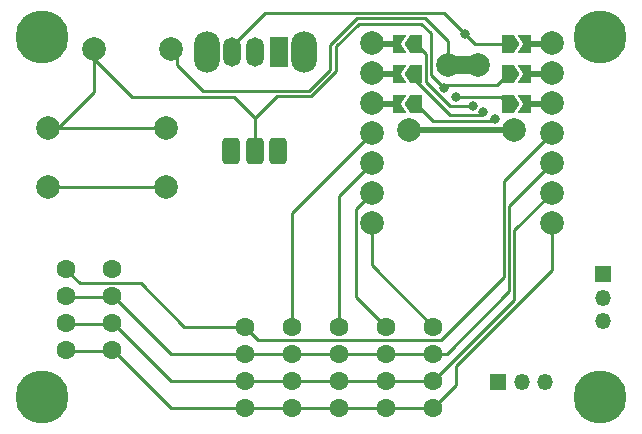
<source format=gbr>
%TF.GenerationSoftware,KiCad,Pcbnew,(6.0.4)*%
%TF.CreationDate,2022-12-14T15:40:06+01:00*%
%TF.ProjectId,mcu_holder,6d63755f-686f-46c6-9465-722e6b696361,rev?*%
%TF.SameCoordinates,Original*%
%TF.FileFunction,Copper,L1,Top*%
%TF.FilePolarity,Positive*%
%FSLAX46Y46*%
G04 Gerber Fmt 4.6, Leading zero omitted, Abs format (unit mm)*
G04 Created by KiCad (PCBNEW (6.0.4)) date 2022-12-14 15:40:06*
%MOMM*%
%LPD*%
G01*
G04 APERTURE LIST*
G04 Aperture macros list*
%AMRoundRect*
0 Rectangle with rounded corners*
0 $1 Rounding radius*
0 $2 $3 $4 $5 $6 $7 $8 $9 X,Y pos of 4 corners*
0 Add a 4 corners polygon primitive as box body*
4,1,4,$2,$3,$4,$5,$6,$7,$8,$9,$2,$3,0*
0 Add four circle primitives for the rounded corners*
1,1,$1+$1,$2,$3*
1,1,$1+$1,$4,$5*
1,1,$1+$1,$6,$7*
1,1,$1+$1,$8,$9*
0 Add four rect primitives between the rounded corners*
20,1,$1+$1,$2,$3,$4,$5,0*
20,1,$1+$1,$4,$5,$6,$7,0*
20,1,$1+$1,$6,$7,$8,$9,0*
20,1,$1+$1,$8,$9,$2,$3,0*%
%AMFreePoly0*
4,1,6,0.150000,0.000000,0.650000,-0.750000,-0.500000,-0.750000,-0.500000,0.750000,0.650000,0.750000,0.150000,0.000000,0.150000,0.000000,$1*%
%AMFreePoly1*
4,1,6,0.500000,-0.750000,-0.650000,-0.750000,-0.150000,0.000000,-0.650000,0.750000,0.500000,0.750000,0.500000,-0.750000,0.500000,-0.750000,$1*%
%AMFreePoly2*
4,1,6,1.000000,0.000000,0.500000,-0.750000,-0.500000,-0.750000,-0.500000,0.750000,0.500000,0.750000,1.000000,0.000000,1.000000,0.000000,$1*%
%AMFreePoly3*
4,1,6,0.500000,-0.750000,-0.500000,-0.750000,-1.000000,0.000000,-0.500000,0.750000,0.500000,0.750000,0.500000,-0.750000,0.500000,-0.750000,$1*%
G04 Aperture macros list end*
%TA.AperFunction,ComponentPad*%
%ADD10C,1.600000*%
%TD*%
%TA.AperFunction,ComponentPad*%
%ADD11C,4.500000*%
%TD*%
%TA.AperFunction,ComponentPad*%
%ADD12C,2.000000*%
%TD*%
%TA.AperFunction,ComponentPad*%
%ADD13R,1.350000X1.350000*%
%TD*%
%TA.AperFunction,ComponentPad*%
%ADD14O,1.350000X1.350000*%
%TD*%
%TA.AperFunction,ComponentPad*%
%ADD15O,2.200000X3.500000*%
%TD*%
%TA.AperFunction,ComponentPad*%
%ADD16R,1.500000X2.500000*%
%TD*%
%TA.AperFunction,ComponentPad*%
%ADD17O,1.500000X2.500000*%
%TD*%
%TA.AperFunction,ComponentPad*%
%ADD18RoundRect,0.375000X-0.375000X-0.750000X0.375000X-0.750000X0.375000X0.750000X-0.375000X0.750000X0*%
%TD*%
%TA.AperFunction,SMDPad,CuDef*%
%ADD19R,1.524000X0.500000*%
%TD*%
%TA.AperFunction,SMDPad,CuDef*%
%ADD20FreePoly0,180.000000*%
%TD*%
%TA.AperFunction,SMDPad,CuDef*%
%ADD21FreePoly1,180.000000*%
%TD*%
%TA.AperFunction,SMDPad,CuDef*%
%ADD22FreePoly2,180.000000*%
%TD*%
%TA.AperFunction,SMDPad,CuDef*%
%ADD23FreePoly3,180.000000*%
%TD*%
%TA.AperFunction,SMDPad,CuDef*%
%ADD24R,1.524000X1.524000*%
%TD*%
%TA.AperFunction,SMDPad,CuDef*%
%ADD25R,7.961000X0.606000*%
%TD*%
%TA.AperFunction,ViaPad*%
%ADD26C,0.800000*%
%TD*%
%TA.AperFunction,Conductor*%
%ADD27C,0.250000*%
%TD*%
G04 APERTURE END LIST*
D10*
%TO.P,J5,1,Pin_1*%
%TO.N,col4*%
X111664000Y-62608000D03*
%TO.P,J5,2,Pin_2*%
%TO.N,row_0*%
X111664000Y-64894000D03*
%TO.P,J5,3,Pin_3*%
%TO.N,row_1*%
X111664000Y-67180000D03*
%TO.P,J5,4,Pin_4*%
%TO.N,row_2*%
X111664000Y-69466000D03*
%TD*%
%TO.P,J9,1,Pin_1*%
%TO.N,col0*%
X100446843Y-57765995D03*
%TO.P,J9,2,Pin_2*%
%TO.N,row_0*%
X100446843Y-60051995D03*
%TO.P,J9,3,Pin_3*%
%TO.N,row_1*%
X100446843Y-62337995D03*
%TO.P,J9,4,Pin_4*%
%TO.N,row_2*%
X100446843Y-64623995D03*
%TD*%
%TO.P,J2,1,Pin_1*%
%TO.N,col3*%
X115644000Y-62608000D03*
%TO.P,J2,2,Pin_2*%
%TO.N,row_0*%
X115644000Y-64894000D03*
%TO.P,J2,3,Pin_3*%
%TO.N,row_1*%
X115644000Y-67180000D03*
%TO.P,J2,4,Pin_4*%
%TO.N,row_2*%
X115644000Y-69466000D03*
%TD*%
D11*
%TO.P,H4,1*%
%TO.N,N/C*%
X141732000Y-68580000D03*
%TD*%
D10*
%TO.P,J1,1,Pin_1*%
%TO.N,col2*%
X119644000Y-62608000D03*
%TO.P,J1,2,Pin_2*%
%TO.N,row_0*%
X119644000Y-64894000D03*
%TO.P,J1,3,Pin_3*%
%TO.N,row_1*%
X119644000Y-67180000D03*
%TO.P,J1,4,Pin_4*%
%TO.N,row_2*%
X119644000Y-69466000D03*
%TD*%
D11*
%TO.P,H3,1*%
%TO.N,N/C*%
X94488000Y-38100000D03*
%TD*%
D12*
%TO.P,SW1,1,1*%
%TO.N,RST*%
X94996000Y-50800000D03*
X104996000Y-50800000D03*
%TO.P,SW1,2,2*%
%TO.N,GND*%
X104996000Y-45790000D03*
X94996000Y-45790000D03*
%TD*%
D13*
%TO.P,J10,1,Pin_1*%
%TO.N,+5V*%
X141986000Y-58166000D03*
D14*
%TO.P,J10,2,Pin_2*%
%TO.N,GND*%
X141986000Y-60166000D03*
%TO.P,J10,3,Pin_3*%
%TO.N,+3V3*%
X141986000Y-62166000D03*
%TD*%
D15*
%TO.P,SW17,*%
%TO.N,*%
X116654000Y-39370000D03*
X108454000Y-39370000D03*
D16*
%TO.P,SW17,1,A*%
%TO.N,unconnected-(SW17-Pad1)*%
X114554000Y-39370000D03*
D17*
%TO.P,SW17,2,B*%
%TO.N,BAT+*%
X112554000Y-39370000D03*
%TO.P,SW17,3,C*%
%TO.N,+5V*%
X110554000Y-39370000D03*
%TD*%
D10*
%TO.P,J3,1,Pin_1*%
%TO.N,col0*%
X127644000Y-62608000D03*
%TO.P,J3,2,Pin_2*%
%TO.N,row_0*%
X127644000Y-64894000D03*
%TO.P,J3,3,Pin_3*%
%TO.N,row_1*%
X127644000Y-67180000D03*
%TO.P,J3,4,Pin_4*%
%TO.N,row_2*%
X127644000Y-69466000D03*
%TD*%
D13*
%TO.P,J6,1,Pin_1*%
%TO.N,D0*%
X133128000Y-67310000D03*
D14*
%TO.P,J6,2,Pin_2*%
%TO.N,D1*%
X135128000Y-67310000D03*
%TO.P,J6,3,Pin_3*%
%TO.N,D2*%
X137128000Y-67310000D03*
%TD*%
D10*
%TO.P,J4,1,Pin_1*%
%TO.N,col1*%
X123644000Y-62608000D03*
%TO.P,J4,2,Pin_2*%
%TO.N,row_0*%
X123644000Y-64894000D03*
%TO.P,J4,3,Pin_3*%
%TO.N,row_1*%
X123644000Y-67180000D03*
%TO.P,J4,4,Pin_4*%
%TO.N,row_2*%
X123644000Y-69466000D03*
%TD*%
D12*
%TO.P,SW16,1,1*%
%TO.N,RST*%
X105410000Y-39116000D03*
%TO.P,SW16,2,2*%
%TO.N,GND*%
X98910000Y-39116000D03*
%TD*%
D18*
%TO.P,J7,1,Pin_1*%
%TO.N,BAT+*%
X114522000Y-47752000D03*
%TO.P,J7,2,Pin_2*%
%TO.N,GND*%
X112522000Y-47752000D03*
%TO.P,J7,3,Pin_3*%
%TO.N,BAT+*%
X110522000Y-47752000D03*
%TD*%
D10*
%TO.P,J8,1,Pin_1*%
%TO.N,col4*%
X96520000Y-57765995D03*
%TO.P,J8,2,Pin_2*%
%TO.N,row_0*%
X96520000Y-60051995D03*
%TO.P,J8,3,Pin_3*%
%TO.N,row_1*%
X96520000Y-62337995D03*
%TO.P,J8,4,Pin_4*%
%TO.N,row_2*%
X96520000Y-64623995D03*
%TD*%
D11*
%TO.P,H1,1*%
%TO.N,N/C*%
X94488000Y-68580000D03*
%TD*%
D19*
%TO.P,U1,*%
%TO.N,*%
X136333000Y-43756910D03*
X136333000Y-38676910D03*
D20*
X135383000Y-41216910D03*
X135383000Y-38676910D03*
X135383000Y-43756910D03*
D12*
X137668000Y-43689090D03*
D19*
X123783000Y-41216910D03*
D12*
X122428000Y-43678377D03*
D19*
X123783000Y-38676910D03*
X123783000Y-43756910D03*
D12*
X137668000Y-41149090D03*
D21*
X124708000Y-38676910D03*
D12*
X122428000Y-38606910D03*
X137668000Y-38609090D03*
D21*
X124708000Y-43756910D03*
D19*
X136333000Y-41216910D03*
D21*
X124708000Y-41216910D03*
D12*
X122428000Y-41142364D03*
D22*
%TO.P,U1,1,PA02_A0_D0*%
%TO.N,D0*%
X126158000Y-38676910D03*
%TO.P,U1,2,PA4_A1_D1*%
%TO.N,D1*%
X126158000Y-41216910D03*
%TO.P,U1,3,PA10_A2_D2*%
%TO.N,D2*%
X126158000Y-43756910D03*
D12*
%TO.P,U1,4,PA11_A3_D3*%
%TO.N,col3*%
X122428000Y-46226910D03*
%TO.P,U1,5,PA8_A4_D4_SDA*%
%TO.N,col2*%
X122428000Y-48765032D03*
%TO.P,U1,6,PA9_A5_D5_SCL*%
%TO.N,col1*%
X122428000Y-51304474D03*
%TO.P,U1,7,PB08_A6_D6_TX*%
%TO.N,col0*%
X122428000Y-53839229D03*
%TO.P,U1,8,PB09_A7_D7_RX*%
%TO.N,row_2*%
X137668000Y-53849090D03*
%TO.P,U1,9,PA7_A8_D8_SCK*%
%TO.N,row_1*%
X137668000Y-51309090D03*
%TO.P,U1,10,PA5_A9_D9_MISO*%
%TO.N,row_0*%
X137668000Y-48769090D03*
%TO.P,U1,11,PA6_A10_D10_MOSI*%
%TO.N,col4*%
X137668000Y-46229090D03*
D23*
%TO.P,U1,12,3V3*%
%TO.N,+3V3*%
X133933000Y-43756910D03*
%TO.P,U1,13,GND*%
%TO.N,GND*%
X133933000Y-41216910D03*
%TO.P,U1,14,5V*%
%TO.N,+5V*%
X133933000Y-38676910D03*
D12*
%TO.P,U1,15,RESET*%
%TO.N,RST*%
X128856803Y-40462723D03*
D24*
X130098000Y-40498000D03*
D12*
X131396803Y-40462723D03*
%TO.P,U1,16,BAT+*%
%TO.N,BAT+*%
X134498000Y-45926910D03*
D25*
X130148500Y-45955000D03*
D12*
X125598000Y-45926910D03*
%TD*%
D11*
%TO.P,H2,1*%
%TO.N,N/C*%
X141732000Y-38100000D03*
%TD*%
D26*
%TO.N,D0*%
X131025992Y-43904500D03*
%TO.N,D1*%
X131863500Y-44450011D03*
%TO.N,D2*%
X132842000Y-45052498D03*
%TO.N,GND*%
X128547204Y-42394796D03*
%TO.N,+5V*%
X130302000Y-37846000D03*
%TO.N,+3V3*%
X129540000Y-43180000D03*
%TD*%
D27*
%TO.N,col2*%
X122428000Y-48765032D02*
X119644000Y-51549032D01*
X119644000Y-51549032D02*
X119644000Y-62608000D01*
%TO.N,row_0*%
X127644000Y-64894000D02*
X111664000Y-64894000D01*
X137668000Y-48769090D02*
X134053520Y-52383570D01*
X111664000Y-64894000D02*
X105414000Y-64894000D01*
X100588000Y-60068000D02*
X96530000Y-60068000D01*
X134053520Y-52383570D02*
X134053520Y-59615850D01*
X105414000Y-64894000D02*
X100588000Y-60068000D01*
X134053520Y-59615850D02*
X128775370Y-64894000D01*
X128775370Y-64894000D02*
X127644000Y-64894000D01*
%TO.N,row_1*%
X100588000Y-62354000D02*
X96530000Y-62354000D01*
X134503040Y-54474050D02*
X134503040Y-60320960D01*
X137668000Y-51309090D02*
X134503040Y-54474050D01*
X134503040Y-60320960D02*
X127644000Y-67180000D01*
X105414000Y-67180000D02*
X100588000Y-62354000D01*
X127644000Y-67180000D02*
X111664000Y-67180000D01*
X111664000Y-67180000D02*
X105414000Y-67180000D01*
%TO.N,row_2*%
X96530000Y-64760000D02*
X96650000Y-64640000D01*
X96530000Y-64640000D02*
X96530000Y-64760000D01*
X129540000Y-67570000D02*
X127644000Y-69466000D01*
X105414000Y-69466000D02*
X111664000Y-69466000D01*
X111664000Y-69466000D02*
X127644000Y-69466000D01*
X137668000Y-57791718D02*
X129540000Y-65919718D01*
X100588000Y-64640000D02*
X105414000Y-69466000D01*
X137668000Y-53849090D02*
X137668000Y-57791718D01*
X96650000Y-64640000D02*
X100588000Y-64640000D01*
X129540000Y-65919718D02*
X129540000Y-67570000D01*
%TO.N,col3*%
X122428000Y-46226910D02*
X115644000Y-53010910D01*
X115644000Y-53010910D02*
X115644000Y-62608000D01*
%TO.N,col0*%
X122428000Y-53839229D02*
X122428000Y-57392000D01*
X122428000Y-57392000D02*
X127644000Y-62608000D01*
%TO.N,col1*%
X122428000Y-51304474D02*
X121103489Y-52628985D01*
X121103489Y-60067489D02*
X123644000Y-62608000D01*
X121103489Y-52628985D02*
X121103489Y-60067489D01*
%TO.N,col4*%
X96530000Y-57782000D02*
X97676000Y-58928000D01*
X137668000Y-46229090D02*
X133604000Y-50293090D01*
X97676000Y-58928000D02*
X99980538Y-58928000D01*
X112810000Y-63754000D02*
X111664000Y-62608000D01*
X100912632Y-58927484D02*
X100913148Y-58928000D01*
X100913148Y-58928000D02*
X102870000Y-58928000D01*
X128270000Y-63754000D02*
X112810000Y-63754000D01*
X99980538Y-58928000D02*
X99981054Y-58927484D01*
X133604000Y-50293090D02*
X133604000Y-58420000D01*
X99981054Y-58927484D02*
X100912632Y-58927484D01*
X106550000Y-62608000D02*
X111664000Y-62608000D01*
X102870000Y-58928000D02*
X106550000Y-62608000D01*
X133604000Y-58420000D02*
X128270000Y-63754000D01*
%TO.N,D0*%
X131025992Y-43904500D02*
X129032310Y-43904500D01*
X129032310Y-43904500D02*
X127000000Y-41872190D01*
X127000000Y-39518910D02*
X126158000Y-38676910D01*
X127000000Y-41872190D02*
X127000000Y-39518910D01*
%TO.N,D1*%
X131863500Y-44450011D02*
X131647000Y-44666511D01*
X126158000Y-41777455D02*
X126158000Y-41216910D01*
X131647000Y-44666511D02*
X129047056Y-44666511D01*
X129047056Y-44666511D02*
X126158000Y-41777455D01*
%TO.N,D2*%
X132719987Y-45174511D02*
X127575601Y-45174511D01*
X132842000Y-45052498D02*
X132719987Y-45174511D01*
X127575601Y-45174511D02*
X126158000Y-43756910D01*
%TO.N,GND*%
X112522000Y-44958000D02*
X110744000Y-43180000D01*
X96082000Y-45790000D02*
X104996000Y-45790000D01*
X121344198Y-36967040D02*
X119414619Y-38896619D01*
X127449520Y-37787520D02*
X126629040Y-36967040D01*
X98910000Y-42770000D02*
X95890000Y-45790000D01*
X96082000Y-45790000D02*
X94996000Y-45790000D01*
X98910000Y-39930000D02*
X98910000Y-39116000D01*
X112522000Y-44958000D02*
X112522000Y-47752000D01*
X127449520Y-41297112D02*
X127449520Y-37787520D01*
X119414619Y-38896619D02*
X119414619Y-40987098D01*
X128547204Y-42394796D02*
X128778000Y-42164000D01*
X102160000Y-43180000D02*
X98910000Y-39930000D01*
X126629040Y-36967040D02*
X121344198Y-36967040D01*
X128547204Y-42394796D02*
X127449520Y-41297112D01*
X128778000Y-42164000D02*
X132985910Y-42164000D01*
X98910000Y-39116000D02*
X98910000Y-42770000D01*
X117280197Y-43121520D02*
X114358480Y-43121520D01*
X132985910Y-42164000D02*
X133933000Y-41216910D01*
X114358480Y-43121520D02*
X112522000Y-44958000D01*
X119414619Y-40987098D02*
X117280197Y-43121520D01*
X110744000Y-43180000D02*
X102160000Y-43180000D01*
X95890000Y-45790000D02*
X96082000Y-45790000D01*
%TO.N,RST*%
X118872000Y-40894000D02*
X117094000Y-42672000D01*
X128856803Y-40462723D02*
X128856803Y-38432803D01*
X128856803Y-38432803D02*
X126941520Y-36517520D01*
X126941520Y-36517520D02*
X121158000Y-36517520D01*
X118872000Y-38803520D02*
X118872000Y-40894000D01*
X117094000Y-42672000D02*
X108152000Y-42672000D01*
X108152000Y-42672000D02*
X105918000Y-40438000D01*
X105918000Y-40438000D02*
X105918000Y-39370000D01*
X104996000Y-50800000D02*
X94996000Y-50800000D01*
X121158000Y-36517520D02*
X118872000Y-38803520D01*
%TO.N,+5V*%
X131132910Y-38676910D02*
X133933000Y-38676910D01*
X130302000Y-37846000D02*
X131132910Y-38676910D01*
X130302000Y-37846000D02*
X128524000Y-36068000D01*
X110554000Y-38870000D02*
X110554000Y-39370000D01*
X128524000Y-36068000D02*
X113356000Y-36068000D01*
X113356000Y-36068000D02*
X110554000Y-38870000D01*
%TO.N,+3V3*%
X129540000Y-43180000D02*
X133356090Y-43180000D01*
X133356090Y-43180000D02*
X133933000Y-43756910D01*
%TD*%
M02*

</source>
